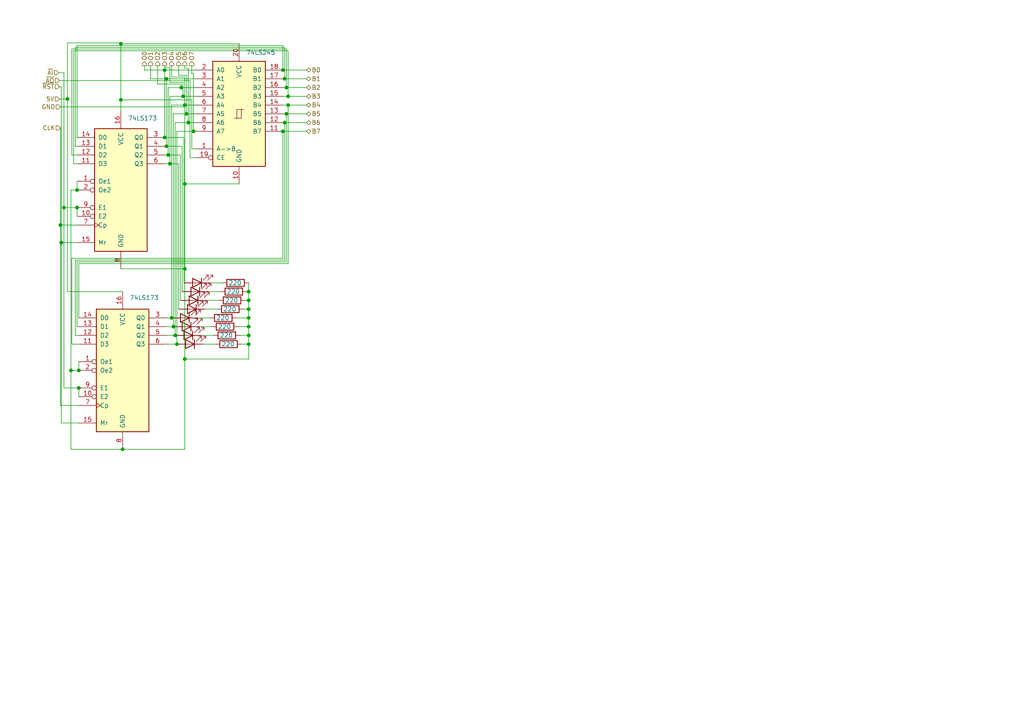
<source format=kicad_sch>
(kicad_sch (version 20211123) (generator eeschema)
  (paper "A4")
  (lib_symbols
    (symbol "74xx:74LS173" (pin_names (offset 1.016))
      (property "Reference" "U" (at -7.62 19.05 0))
      (property "Value" "74LS173" (at -7.62 -19.05 0))
      (symbol "74LS173_1_0"
        (pin input inverted (at -12.7 2.54 0) (length 5.08) (name "Oe1") (number "1"))
        (pin input inverted (at -12.7 -7.62 0) (length 5.08) (name "E2") (number "10"))
        (pin input line (at -12.7 7.62 0) (length 5.08) (name "D3") (number "11"))
        (pin input line (at -12.7 10.16 0) (length 5.08) (name "D2") (number "12"))
        (pin input line (at -12.7 12.7 0) (length 5.08) (name "D1") (number "13"))
        (pin input line (at -12.7 15.24 0) (length 5.08) (name "D0") (number "14"))
        (pin input line (at -12.7 -15.24 0) (length 5.08) (name "Mr") (number "15"))
        (pin power_in line (at 0 22.86 270) (length 5.08) (name "VCC") (number "16"))
        (pin input inverted (at -12.7 0 0) (length 5.08) (name "Oe2") (number "2"))
        (pin tri_state line (at 12.7 15.24 180) (length 5.08) (name "Q0") (number "3"))
        (pin tri_state line (at 12.7 12.7 180) (length 5.08) (name "Q1") (number "4"))
        (pin tri_state line (at 12.7 10.16 180) (length 5.08) (name "Q2") (number "5"))
        (pin tri_state line (at 12.7 7.62 180) (length 5.08) (name "Q3") (number "6"))
        (pin input clock (at -12.7 -10.16 0) (length 5.08) (name "Cp") (number "7"))
        (pin power_in line (at 0 -22.86 90) (length 5.08) (name "GND") (number "8"))
        (pin input inverted (at -12.7 -5.08 0) (length 5.08) (name "E1") (number "9"))
      )
      (symbol "74LS173_1_1"
        (rectangle (start -7.62 17.78) (end 7.62 -17.78) (stroke (width 0.254)) (fill (type background)))
      )
    )
    (symbol "74xx:74LS245" (pin_names (offset 1.016))
      (property "Reference" "U" (at -7.62 16.51 0))
      (property "Value" "74LS245" (at -7.62 -16.51 0))
      (symbol "74LS245_1_0"
        (polyline (pts (xy -0.635 -1.27) (xy -0.635 1.27) (xy 0.635 1.27)))
        (polyline (pts (xy -1.27 -1.27) (xy 0.635 -1.27) (xy 0.635 1.27) (xy 1.27 1.27)))
        (pin input line (at -12.7 -10.16 0) (length 5.08) (name "A->B") (number "1"))
        (pin power_in line (at 0 -20.32 90) (length 5.08) (name "GND") (number "10"))
        (pin tri_state line (at 12.7 -5.08 180) (length 5.08) (name "B7") (number "11"))
        (pin tri_state line (at 12.7 -2.54 180) (length 5.08) (name "B6") (number "12"))
        (pin tri_state line (at 12.7 0 180) (length 5.08) (name "B5") (number "13"))
        (pin tri_state line (at 12.7 2.54 180) (length 5.08) (name "B4") (number "14"))
        (pin tri_state line (at 12.7 5.08 180) (length 5.08) (name "B3") (number "15"))
        (pin tri_state line (at 12.7 7.62 180) (length 5.08) (name "B2") (number "16"))
        (pin tri_state line (at 12.7 10.16 180) (length 5.08) (name "B1") (number "17"))
        (pin tri_state line (at 12.7 12.7 180) (length 5.08) (name "B0") (number "18"))
        (pin input inverted (at -12.7 -12.7 0) (length 5.08) (name "CE") (number "19"))
        (pin tri_state line (at -12.7 12.7 0) (length 5.08) (name "A0") (number "2"))
        (pin power_in line (at 0 20.32 270) (length 5.08) (name "VCC") (number "20"))
        (pin tri_state line (at -12.7 10.16 0) (length 5.08) (name "A1") (number "3"))
        (pin tri_state line (at -12.7 7.62 0) (length 5.08) (name "A2") (number "4"))
        (pin tri_state line (at -12.7 5.08 0) (length 5.08) (name "A3") (number "5"))
        (pin tri_state line (at -12.7 2.54 0) (length 5.08) (name "A4") (number "6"))
        (pin tri_state line (at -12.7 0 0) (length 5.08) (name "A5") (number "7"))
        (pin tri_state line (at -12.7 -2.54 0) (length 5.08) (name "A6") (number "8"))
        (pin tri_state line (at -12.7 -5.08 0) (length 5.08) (name "A7") (number "9"))
      )
      (symbol "74LS245_1_1"
        (rectangle (start -7.62 15.24) (end 7.62 -15.24) (stroke (width 0.254)) (fill (type background)))
      )
    )
    (symbol "Device:LED" (pin_numbers hide) (pin_names (offset 1.016) hide)
      (property "Reference" "D" (at 0 2.54 0))
      (property "Value" "LED" (at 0 -2.54 0))
      (symbol "LED_0_1"
        (polyline (pts (xy -1.27 -1.27) (xy -1.27 1.27)) (stroke (width 0.254)))
        (polyline (pts (xy -1.27 0) (xy 1.27 0)))
        (polyline (pts (xy 1.27 -1.27) (xy 1.27 1.27) (xy -1.27 0) (xy 1.27 -1.27)) (stroke (width 0.254)))
        (polyline (pts (xy -3.048 -0.762) (xy -4.572 -2.286) (xy -3.81 -2.286) (xy -4.572 -2.286) (xy -4.572 -1.524)))
        (polyline (pts (xy -1.778 -0.762) (xy -3.302 -2.286) (xy -2.54 -2.286) (xy -3.302 -2.286) (xy -3.302 -1.524)))
      )
      (symbol "LED_1_1"
        (pin passive line (at -3.81 0 0) (length 2.54) (name "K") (number "1"))
        (pin passive line (at 3.81 0 180) (length 2.54) (name "A") (number "2"))
      )
    )
    (symbol "Device:R" (pin_numbers hide) (pin_names (offset 0))
      (property "Reference" "R" (at 2.032 0 90))
      (property "Value" "R" (at 0 0 90))
      (symbol "R_0_1"
        (rectangle (start -1.016 -2.54) (end 1.016 2.54) (stroke (width 0.254)))
      )
      (symbol "R_1_1"
        (pin passive line (at 0 3.81 270) (length 1.27) (name "~") (number "1"))
        (pin passive line (at 0 -3.81 90) (length 1.27) (name "~") (number "2"))
      )
    )
  )
  (junction (at 82.55 22.86))
  (junction (at 56.134 38.1))
  (junction (at 47.752 39.878))
  (junction (at 19.558 28.702))
  (junction (at 22.352 60.198))
  (junction (at 22.86 112.522))
  (junction (at 54.61 35.56))
  (junction (at 72.136 94.742))
  (junction (at 18.542 60.198))
  (junction (at 50.292 94.742))
  (junction (at 48.26 22.86))
  (junction (at 53.086 27.94))
  (junction (at 83.566 27.94))
  (junction (at 83.058 33.02))
  (junction (at 72.136 92.202))
  (junction (at 50.8 97.282))
  (junction (at 22.86 107.442))
  (junction (at 72.136 99.822))
  (junction (at 49.276 47.498))
  (junction (at 35.052 28.956))
  (junction (at 48.26 42.418))
  (junction (at 53.594 104.14))
  (junction (at 72.136 84.582))
  (junction (at 54.102 33.02))
  (junction (at 52.578 25.4))
  (junction (at 72.136 87.122))
  (junction (at 49.784 92.202))
  (junction (at 17.526 65.278))
  (junction (at 17.78 70.358))
  (junction (at 53.594 77.978))
  (junction (at 35.56 130.302))
  (junction (at 22.352 55.118))
  (junction (at 83.058 25.4))
  (junction (at 82.042 20.32))
  (junction (at 47.752 20.32))
  (junction (at 72.136 97.282))
  (junction (at 82.042 38.1))
  (junction (at 20.574 107.442))
  (junction (at 82.55 35.56))
  (junction (at 83.566 30.48))
  (junction (at 48.768 44.958))
  (junction (at 72.136 89.662))
  (junction (at 51.308 99.822))
  (junction (at 35.052 12.7))
  (junction (at 53.594 53.34))
  (junction (at 53.594 30.48))
  (wire (pts (xy 70.612 89.662) (xy 72.136 89.662)))
  (wire (pts (xy 53.594 22.352) (xy 53.594 30.48)))
  (wire (pts (xy 21.336 47.498) (xy 22.352 47.498)))
  (wire (pts (xy 82.042 33.02) (xy 83.058 33.02)))
  (wire (pts (xy 22.86 76.454) (xy 83.566 76.454)))
  (wire (pts (xy 56.642 33.02) (xy 54.102 33.02)))
  (wire (pts (xy 83.566 76.454) (xy 83.566 30.48)))
  (wire (pts (xy 49.784 22.352) (xy 53.594 22.352)))
  (wire (pts (xy 21.336 14.732) (xy 21.336 47.498)))
  (wire (pts (xy 82.55 13.716) (xy 21.844 13.716)))
  (wire (pts (xy 55.626 21.336) (xy 56.134 21.336)))
  (wire (pts (xy 43.688 22.86) (xy 48.26 22.86)))
  (wire (pts (xy 45.72 19.05) (xy 45.72 24.384)))
  (wire (pts (xy 49.276 23.876) (xy 53.086 23.876)))
  (wire (pts (xy 59.944 87.122) (xy 63.5 87.122)))
  (wire (pts (xy 71.628 84.582) (xy 72.136 84.582)))
  (wire (pts (xy 48.768 44.958) (xy 47.752 44.958)))
  (wire (pts (xy 18.542 60.198) (xy 22.352 60.198)))
  (wire (pts (xy 53.34 39.878) (xy 47.752 39.878)))
  (wire (pts (xy 82.042 30.48) (xy 83.566 30.48)))
  (wire (pts (xy 83.566 14.732) (xy 21.336 14.732)))
  (wire (pts (xy 53.594 77.978) (xy 53.594 104.14)))
  (wire (pts (xy 41.91 20.32) (xy 47.752 20.32)))
  (wire (pts (xy 82.042 25.4) (xy 83.058 25.4)))
  (wire (pts (xy 20.828 44.958) (xy 20.828 14.224)))
  (wire (pts (xy 22.86 104.902) (xy 22.86 107.442)))
  (wire (pts (xy 72.136 97.282) (xy 72.136 94.742)))
  (wire (pts (xy 22.352 60.198) (xy 22.352 62.738)))
  (wire (pts (xy 53.086 27.94) (xy 56.642 27.94)))
  (wire (pts (xy 51.816 19.05) (xy 51.816 21.844)))
  (wire (pts (xy 48.26 22.86) (xy 56.642 22.86)))
  (wire (pts (xy 82.042 20.32) (xy 88.9 20.32)))
  (wire (pts (xy 47.752 19.558) (xy 49.276 19.558)))
  (wire (pts (xy 17.78 25.146) (xy 17.78 70.358)))
  (wire (pts (xy 17.526 65.278) (xy 17.526 117.602)))
  (wire (pts (xy 57.912 94.742) (xy 61.468 94.742)))
  (wire (pts (xy 56.134 21.336) (xy 56.134 38.1)))
  (wire (pts (xy 48.768 25.4) (xy 48.768 44.958)))
  (wire (pts (xy 54.102 21.844) (xy 54.102 33.02)))
  (wire (pts (xy 20.574 55.118) (xy 20.574 107.442)))
  (wire (pts (xy 52.578 24.384) (xy 52.578 25.4)))
  (wire (pts (xy 52.832 42.418) (xy 52.832 84.582)))
  (wire (pts (xy 49.784 19.05) (xy 49.784 22.352)))
  (wire (pts (xy 35.052 12.446) (xy 35.052 12.7)))
  (wire (pts (xy 35.052 12.7) (xy 35.052 28.956)))
  (wire (pts (xy 22.86 92.202) (xy 22.86 76.454)))
  (wire (pts (xy 22.86 112.522) (xy 22.86 115.062)))
  (wire (pts (xy 21.844 42.418) (xy 22.352 42.418)))
  (wire (pts (xy 82.55 22.86) (xy 88.9 22.86)))
  (wire (pts (xy 22.352 13.208) (xy 82.042 13.208)))
  (wire (pts (xy 22.86 97.282) (xy 21.844 97.282)))
  (wire (pts (xy 18.542 21.082) (xy 18.542 60.198)))
  (wire (pts (xy 19.558 12.446) (xy 35.052 12.446)))
  (wire (pts (xy 82.042 35.56) (xy 82.55 35.56)))
  (wire (pts (xy 69.088 94.742) (xy 72.136 94.742)))
  (wire (pts (xy 82.55 35.56) (xy 82.55 75.438)))
  (wire (pts (xy 72.136 104.14) (xy 72.136 99.822)))
  (wire (pts (xy 45.72 24.384) (xy 52.578 24.384)))
  (wire (pts (xy 17.272 28.702) (xy 19.558 28.702)))
  (wire (pts (xy 50.8 97.282) (xy 50.8 35.56)))
  (wire (pts (xy 56.642 25.4) (xy 52.578 25.4)))
  (wire (pts (xy 53.594 130.302) (xy 35.56 130.302)))
  (wire (pts (xy 69.596 97.282) (xy 72.136 97.282)))
  (wire (pts (xy 56.642 43.18) (xy 55.626 43.18)))
  (wire (pts (xy 17.78 70.358) (xy 17.78 122.682)))
  (wire (pts (xy 47.752 47.498) (xy 49.276 47.498)))
  (wire (pts (xy 17.78 122.682) (xy 22.86 122.682)))
  (wire (pts (xy 53.594 19.05) (xy 53.594 19.812)))
  (wire (pts (xy 53.594 53.34) (xy 69.342 53.34)))
  (wire (pts (xy 48.26 97.282) (xy 50.8 97.282)))
  (wire (pts (xy 55.118 23.368) (xy 55.118 45.72)))
  (wire (pts (xy 17.272 23.368) (xy 55.118 23.368)))
  (wire (pts (xy 50.292 33.02) (xy 50.292 94.742)))
  (wire (pts (xy 82.042 13.208) (xy 82.042 20.32)))
  (wire (pts (xy 18.542 112.522) (xy 22.86 112.522)))
  (wire (pts (xy 83.566 30.48) (xy 88.9 30.48)))
  (wire (pts (xy 72.136 87.122) (xy 72.136 84.582)))
  (wire (pts (xy 17.526 65.278) (xy 22.352 65.278)))
  (wire (pts (xy 53.594 30.988) (xy 53.594 53.34)))
  (wire (pts (xy 53.594 19.812) (xy 54.61 19.812)))
  (wire (pts (xy 48.26 42.418) (xy 48.26 22.86)))
  (wire (pts (xy 22.352 44.958) (xy 20.828 44.958)))
  (wire (pts (xy 54.102 33.02) (xy 50.292 33.02)))
  (wire (pts (xy 20.574 107.442) (xy 22.86 107.442)))
  (wire (pts (xy 60.452 84.582) (xy 64.008 84.582)))
  (wire (pts (xy 21.844 13.716) (xy 21.844 42.418)))
  (wire (pts (xy 82.042 74.93) (xy 20.828 74.93)))
  (wire (pts (xy 82.042 38.1) (xy 82.042 74.93)))
  (wire (pts (xy 19.558 84.582) (xy 35.56 84.582)))
  (wire (pts (xy 82.042 27.94) (xy 83.566 27.94)))
  (wire (pts (xy 17.272 25.146) (xy 17.78 25.146)))
  (wire (pts (xy 47.752 42.418) (xy 48.26 42.418)))
  (wire (pts (xy 72.136 99.822) (xy 72.136 97.282)))
  (wire (pts (xy 53.086 23.876) (xy 53.086 27.94)))
  (wire (pts (xy 56.134 38.1) (xy 51.308 38.1)))
  (wire (pts (xy 17.526 37.084) (xy 17.526 65.278)))
  (wire (pts (xy 35.052 28.956) (xy 35.052 32.258)))
  (wire (pts (xy 47.752 20.32) (xy 47.752 39.878)))
  (wire (pts (xy 17.018 21.082) (xy 18.542 21.082)))
  (wire (pts (xy 20.828 14.224) (xy 83.058 14.224)))
  (wire (pts (xy 71.12 87.122) (xy 72.136 87.122)))
  (wire (pts (xy 54.61 35.56) (xy 56.642 35.56)))
  (wire (pts (xy 51.816 47.498) (xy 51.816 89.662)))
  (wire (pts (xy 59.436 89.662) (xy 62.992 89.662)))
  (wire (pts (xy 53.594 53.34) (xy 53.594 77.978)))
  (wire (pts (xy 55.626 28.956) (xy 35.052 28.956)))
  (wire (pts (xy 83.058 33.02) (xy 83.058 75.946)))
  (wire (pts (xy 82.55 22.86) (xy 82.55 13.716)))
  (wire (pts (xy 20.828 99.822) (xy 22.86 99.822)))
  (wire (pts (xy 19.558 28.702) (xy 19.558 84.582)))
  (wire (pts (xy 83.058 14.224) (xy 83.058 25.4)))
  (wire (pts (xy 22.352 52.578) (xy 22.352 55.118)))
  (wire (pts (xy 83.058 25.4) (xy 88.9 25.4)))
  (wire (pts (xy 20.574 130.302) (xy 35.56 130.302)))
  (wire (pts (xy 53.594 77.978) (xy 35.052 77.978)))
  (wire (pts (xy 83.566 27.94) (xy 88.9 27.94)))
  (wire (pts (xy 49.784 92.202) (xy 49.784 30.48)))
  (wire (pts (xy 49.276 27.94) (xy 53.086 27.94)))
  (wire (pts (xy 21.844 75.438) (xy 82.55 75.438)))
  (wire (pts (xy 49.276 19.558) (xy 49.276 23.876)))
  (wire (pts (xy 82.55 35.56) (xy 88.9 35.56)))
  (wire (pts (xy 82.042 38.1) (xy 88.9 38.1)))
  (wire (pts (xy 20.574 107.442) (xy 20.574 130.302)))
  (wire (pts (xy 22.352 75.946) (xy 22.352 94.742)))
  (wire (pts (xy 83.058 33.02) (xy 88.9 33.02)))
  (wire (pts (xy 35.052 12.7) (xy 69.342 12.7)))
  (wire (pts (xy 54.61 19.812) (xy 54.61 35.56)))
  (wire (pts (xy 22.352 39.878) (xy 22.352 13.208)))
  (wire (pts (xy 48.26 92.202) (xy 49.784 92.202)))
  (wire (pts (xy 56.642 20.32) (xy 47.752 20.32)))
  (wire (pts (xy 17.526 117.602) (xy 22.86 117.602)))
  (wire (pts (xy 20.828 74.93) (xy 20.828 99.822)))
  (wire (pts (xy 53.594 104.14) (xy 53.594 130.302)))
  (wire (pts (xy 60.96 82.042) (xy 64.516 82.042)))
  (wire (pts (xy 43.688 19.05) (xy 43.688 22.86)))
  (wire (pts (xy 53.34 82.042) (xy 53.34 39.878)))
  (wire (pts (xy 50.8 35.56) (xy 54.61 35.56)))
  (wire (pts (xy 53.594 30.48) (xy 56.642 30.48)))
  (wire (pts (xy 52.578 25.4) (xy 48.768 25.4)))
  (wire (pts (xy 49.784 30.48) (xy 53.594 30.48)))
  (wire (pts (xy 55.626 43.18) (xy 55.626 28.956)))
  (wire (pts (xy 17.78 70.358) (xy 22.352 70.358)))
  (wire (pts (xy 72.136 84.582) (xy 72.136 82.042)))
  (wire (pts (xy 19.558 12.446) (xy 19.558 28.702)))
  (wire (pts (xy 70.104 99.822) (xy 72.136 99.822)))
  (wire (pts (xy 83.058 75.946) (xy 22.352 75.946)))
  (wire (pts (xy 49.276 47.498) (xy 49.276 27.94)))
  (wire (pts (xy 18.542 60.198) (xy 18.542 112.522)))
  (wire (pts (xy 48.26 42.418) (xy 52.832 42.418)))
  (wire (pts (xy 82.042 22.86) (xy 82.55 22.86)))
  (wire (pts (xy 41.91 19.05) (xy 41.91 20.32)))
  (wire (pts (xy 83.566 27.94) (xy 83.566 14.732)))
  (wire (pts (xy 72.136 87.122) (xy 72.136 89.662)))
  (wire (pts (xy 68.58 92.202) (xy 72.136 92.202)))
  (wire (pts (xy 55.118 45.72) (xy 56.642 45.72)))
  (wire (pts (xy 21.844 97.282) (xy 21.844 75.438)))
  (wire (pts (xy 47.752 19.05) (xy 47.752 19.558)))
  (wire (pts (xy 22.352 55.118) (xy 20.574 55.118)))
  (wire (pts (xy 51.308 38.1) (xy 51.308 99.822)))
  (wire (pts (xy 56.642 38.1) (xy 56.134 38.1)))
  (wire (pts (xy 55.626 19.05) (xy 55.626 21.336)))
  (wire (pts (xy 72.136 89.662) (xy 72.136 92.202)))
  (wire (pts (xy 53.594 104.14) (xy 72.136 104.14)))
  (wire (pts (xy 22.352 94.742) (xy 22.86 94.742)))
  (wire (pts (xy 57.404 92.202) (xy 60.96 92.202)))
  (wire (pts (xy 51.816 21.844) (xy 54.102 21.844)))
  (wire (pts (xy 52.324 44.958) (xy 48.768 44.958)))
  (wire (pts (xy 58.42 97.282) (xy 61.976 97.282)))
  (wire (pts (xy 17.526 30.988) (xy 53.594 30.988)))
  (wire (pts (xy 50.292 94.742) (xy 48.26 94.742)))
  (wire (pts (xy 52.324 87.122) (xy 52.324 44.958)))
  (wire (pts (xy 51.308 99.822) (xy 48.26 99.822)))
  (wire (pts (xy 49.276 47.498) (xy 51.816 47.498)))
  (wire (pts (xy 72.136 94.742) (xy 72.136 92.202)))
  (wire (pts (xy 58.928 99.822) (xy 62.484 99.822)))
  (hierarchical_label "5V" (shape input) (at 17.272 28.702 180))
  (hierarchical_label "~{AI}" (shape input) (at 17.018 21.082 180))
  (hierarchical_label "B6" (shape bidirectional) (at 88.9 35.56 0))
  (hierarchical_label "O3" (shape output) (at 47.752 19.05 90))
  (hierarchical_label "B7" (shape bidirectional) (at 88.9 38.1 0))
  (hierarchical_label "~{AO}" (shape input) (at 17.272 23.368 180))
  (hierarchical_label "B2" (shape bidirectional) (at 88.9 25.4 0))
  (hierarchical_label "B4" (shape bidirectional) (at 88.9 30.48 0))
  (hierarchical_label "B0" (shape bidirectional) (at 88.9 20.32 0))
  (hierarchical_label "O6" (shape output) (at 53.594 19.05 90))
  (hierarchical_label "O4" (shape output) (at 49.784 19.05 90))
  (hierarchical_label "O1" (shape output) (at 43.688 19.05 90))
  (hierarchical_label "O2" (shape output) (at 45.72 19.05 90))
  (hierarchical_label "~{RST}" (shape input) (at 17.272 25.146 180))
  (hierarchical_label "B5" (shape bidirectional) (at 88.9 33.02 0))
  (hierarchical_label "B3" (shape bidirectional) (at 88.9 27.94 0))
  (hierarchical_label "O0" (shape output) (at 41.91 19.05 90))
  (hierarchical_label "CLK" (shape input) (at 17.526 37.084 180))
  (hierarchical_label "O5" (shape output) (at 51.816 19.05 90))
  (hierarchical_label "O7" (shape output) (at 55.626 19.05 90))
  (hierarchical_label "GND" (shape input) (at 17.526 30.988 180))
  (hierarchical_label "B1" (shape bidirectional) (at 88.9 22.86 0))
  (symbol (lib_id "Device:LED") (at 55.626 89.662 180) (unit 1)
    (property "Reference" "D?" (effects hide))
    (property "Value" "Yellow LED" (effects hide))
  )
  (symbol (lib_id "Device:R") (at 68.326 82.042 90) (unit 1)
    (property "Reference" "R?" (effects hide))
    (property "Value" "220" (at 70.104 82.042 90) (effects (justify left)))
  )
  (symbol (lib_id "Device:LED") (at 54.102 94.742 180) (unit 1)
    (property "Reference" "D?" (effects hide))
    (property "Value" "Yellow LED" (effects hide))
  )
  (symbol (lib_id "Device:LED") (at 54.61 97.282 180) (unit 1)
    (property "Reference" "D?" (effects hide))
    (property "Value" "Yellow LED" (effects hide))
  )
  (symbol (lib_id "Device:R") (at 65.786 97.282 90) (unit 1)
    (property "Reference" "R?" (effects hide))
    (property "Value" "220" (at 67.564 97.282 90) (effects (justify left)))
  )
  (symbol (lib_id "Device:R") (at 66.802 89.662 90) (unit 1)
    (property "Reference" "R?" (effects hide))
    (property "Value" "220" (at 68.58 89.662 90) (effects (justify left)))
  )
  (symbol (lib_id "Device:R") (at 67.31 87.122 90) (unit 1)
    (property "Reference" "R?" (effects hide))
    (property "Value" "220" (at 69.088 87.122 90) (effects (justify left)))
  )
  (symbol (lib_id "Device:LED") (at 57.15 82.042 180) (unit 1)
    (property "Reference" "D?" (effects hide))
    (property "Value" "Yellow LED" (effects hide))
  )
  (symbol (lib_id "Device:LED") (at 56.642 84.582 180) (unit 1)
    (property "Reference" "D?" (effects hide))
    (property "Value" "Yellow LED" (effects hide))
  )
  (symbol (lib_id "74xx:74LS173") (at 35.56 107.442 0) (unit 1)
    (property "Reference" "U?" (effects hide))
    (property "Value" "74LS173" (at 37.5794 86.36 0) (effects (justify left)))
    (property "Datasheet" "http://www.ti.com/lit/gpn/sn74LS173" (effects hide))
  )
  (symbol (lib_id "Device:LED") (at 53.594 92.202 180) (unit 1)
    (property "Reference" "D?" (effects hide))
    (property "Value" "Yellow LED" (effects hide))
  )
  (symbol (lib_id "74xx:74LS173") (at 35.052 55.118 0) (unit 1)
    (property "Reference" "U?" (effects hide))
    (property "Value" "74LS173" (at 37.0714 34.29 0) (effects (justify left)))
    (property "Datasheet" "http://www.ti.com/lit/gpn/sn74LS173" (effects hide))
  )
  (symbol (lib_id "Device:R") (at 65.278 94.742 90) (unit 1)
    (property "Reference" "R?" (effects hide))
    (property "Value" "220" (at 67.056 94.742 90) (effects (justify left)))
  )
  (symbol (lib_id "Device:R") (at 67.818 84.582 90) (unit 1)
    (property "Reference" "R?" (effects hide))
    (property "Value" "220" (at 69.596 84.582 90) (effects (justify left)))
  )
  (symbol (lib_id "Device:R") (at 66.294 99.822 90) (unit 1)
    (property "Reference" "R?" (effects hide))
    (property "Value" "220" (at 68.072 99.822 90) (effects (justify left)))
  )
  (symbol (lib_id "Device:R") (at 64.77 92.202 90) (unit 1)
    (property "Reference" "R?" (effects hide))
    (property "Value" "220" (at 66.548 92.202 90) (effects (justify left)))
  )
  (symbol (lib_id "Device:LED") (at 56.134 87.122 180) (unit 1)
    (property "Reference" "D?" (effects hide))
    (property "Value" "Yellow LED" (effects hide))
  )
  (symbol (lib_id "74xx:74LS245") (at 69.342 33.02 0) (unit 1)
    (property "Reference" "U?" (effects hide))
    (property "Value" "74LS245" (at 71.3614 15.24 0) (effects (justify left)))
    (property "Datasheet" "http://www.ti.com/lit/gpn/sn74LS245" (effects hide))
  )
  (symbol (lib_id "Device:LED") (at 55.118 99.822 180) (unit 1)
    (property "Reference" "D?" (effects hide))
    (property "Value" "Yellow LED" (effects hide))
  )
)
</source>
